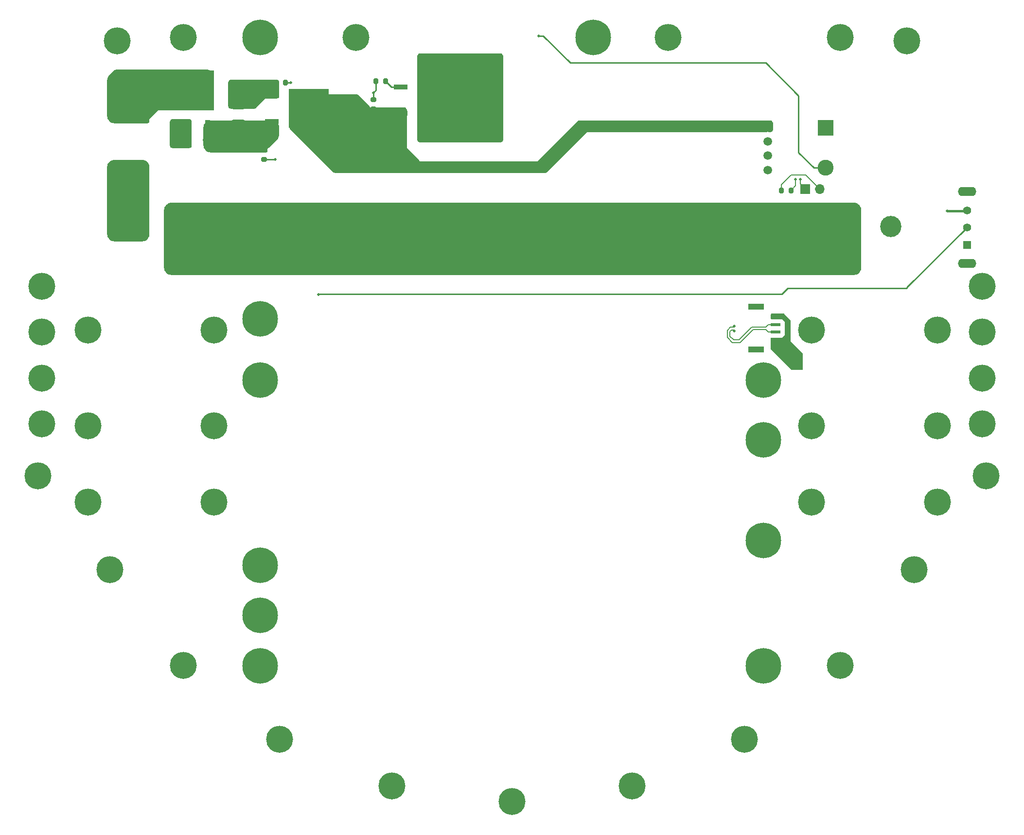
<source format=gtl>
G04 #@! TF.GenerationSoftware,KiCad,Pcbnew,7.0.6*
G04 #@! TF.CreationDate,2023-12-26T10:42:54-08:00*
G04 #@! TF.ProjectId,midplate,6d696470-6c61-4746-952e-6b696361645f,rev?*
G04 #@! TF.SameCoordinates,Original*
G04 #@! TF.FileFunction,Copper,L1,Top*
G04 #@! TF.FilePolarity,Positive*
%FSLAX46Y46*%
G04 Gerber Fmt 4.6, Leading zero omitted, Abs format (unit mm)*
G04 Created by KiCad (PCBNEW 7.0.6) date 2023-12-26 10:42:54*
%MOMM*%
%LPD*%
G01*
G04 APERTURE LIST*
G04 Aperture macros list*
%AMRoundRect*
0 Rectangle with rounded corners*
0 $1 Rounding radius*
0 $2 $3 $4 $5 $6 $7 $8 $9 X,Y pos of 4 corners*
0 Add a 4 corners polygon primitive as box body*
4,1,4,$2,$3,$4,$5,$6,$7,$8,$9,$2,$3,0*
0 Add four circle primitives for the rounded corners*
1,1,$1+$1,$2,$3*
1,1,$1+$1,$4,$5*
1,1,$1+$1,$6,$7*
1,1,$1+$1,$8,$9*
0 Add four rect primitives between the rounded corners*
20,1,$1+$1,$2,$3,$4,$5,0*
20,1,$1+$1,$4,$5,$6,$7,0*
20,1,$1+$1,$6,$7,$8,$9,0*
20,1,$1+$1,$8,$9,$2,$3,0*%
G04 Aperture macros list end*
G04 #@! TA.AperFunction,ComponentPad*
%ADD10C,3.700000*%
G04 #@! TD*
G04 #@! TA.AperFunction,ComponentPad*
%ADD11C,6.200000*%
G04 #@! TD*
G04 #@! TA.AperFunction,ComponentPad*
%ADD12C,4.700000*%
G04 #@! TD*
G04 #@! TA.AperFunction,SMDPad,CuDef*
%ADD13RoundRect,0.200000X0.200000X0.275000X-0.200000X0.275000X-0.200000X-0.275000X0.200000X-0.275000X0*%
G04 #@! TD*
G04 #@! TA.AperFunction,SMDPad,CuDef*
%ADD14R,2.489200X0.939800*%
G04 #@! TD*
G04 #@! TA.AperFunction,SMDPad,CuDef*
%ADD15R,6.934200X6.781800*%
G04 #@! TD*
G04 #@! TA.AperFunction,SMDPad,CuDef*
%ADD16R,1.700000X0.600000*%
G04 #@! TD*
G04 #@! TA.AperFunction,SMDPad,CuDef*
%ADD17R,2.800000X1.000000*%
G04 #@! TD*
G04 #@! TA.AperFunction,SMDPad,CuDef*
%ADD18RoundRect,0.200000X-0.200000X-0.275000X0.200000X-0.275000X0.200000X0.275000X-0.200000X0.275000X0*%
G04 #@! TD*
G04 #@! TA.AperFunction,ComponentPad*
%ADD19R,1.700000X1.700000*%
G04 #@! TD*
G04 #@! TA.AperFunction,ComponentPad*
%ADD20O,1.700000X1.700000*%
G04 #@! TD*
G04 #@! TA.AperFunction,ComponentPad*
%ADD21R,2.775000X2.775000*%
G04 #@! TD*
G04 #@! TA.AperFunction,ComponentPad*
%ADD22C,2.775000*%
G04 #@! TD*
G04 #@! TA.AperFunction,SMDPad,CuDef*
%ADD23RoundRect,0.250000X0.900000X-1.000000X0.900000X1.000000X-0.900000X1.000000X-0.900000X-1.000000X0*%
G04 #@! TD*
G04 #@! TA.AperFunction,SMDPad,CuDef*
%ADD24R,0.939800X2.489200*%
G04 #@! TD*
G04 #@! TA.AperFunction,SMDPad,CuDef*
%ADD25R,6.781800X6.934200*%
G04 #@! TD*
G04 #@! TA.AperFunction,SMDPad,CuDef*
%ADD26RoundRect,0.200000X-0.275000X0.200000X-0.275000X-0.200000X0.275000X-0.200000X0.275000X0.200000X0*%
G04 #@! TD*
G04 #@! TA.AperFunction,ComponentPad*
%ADD27C,2.780000*%
G04 #@! TD*
G04 #@! TA.AperFunction,ComponentPad*
%ADD28R,1.408000X1.408000*%
G04 #@! TD*
G04 #@! TA.AperFunction,ComponentPad*
%ADD29C,1.408000*%
G04 #@! TD*
G04 #@! TA.AperFunction,ComponentPad*
%ADD30O,3.200000X1.600000*%
G04 #@! TD*
G04 #@! TA.AperFunction,SMDPad,CuDef*
%ADD31RoundRect,0.200000X0.275000X-0.200000X0.275000X0.200000X-0.275000X0.200000X-0.275000X-0.200000X0*%
G04 #@! TD*
G04 #@! TA.AperFunction,ComponentPad*
%ADD32R,1.508000X1.508000*%
G04 #@! TD*
G04 #@! TA.AperFunction,ComponentPad*
%ADD33C,1.508000*%
G04 #@! TD*
G04 #@! TA.AperFunction,ViaPad*
%ADD34C,0.500000*%
G04 #@! TD*
G04 #@! TA.AperFunction,ViaPad*
%ADD35C,0.700000*%
G04 #@! TD*
G04 #@! TA.AperFunction,Conductor*
%ADD36C,0.381000*%
G04 #@! TD*
G04 #@! TA.AperFunction,Conductor*
%ADD37C,0.254000*%
G04 #@! TD*
G04 #@! TA.AperFunction,Conductor*
%ADD38C,0.200000*%
G04 #@! TD*
G04 #@! TA.AperFunction,Conductor*
%ADD39C,0.177800*%
G04 #@! TD*
G04 APERTURE END LIST*
D10*
X86796621Y-49459321D03*
X79596621Y-49459321D03*
D11*
X101600000Y-108484000D03*
D12*
X172611096Y-16532860D03*
X215465590Y-109216005D03*
X63532842Y-59880142D03*
X202611067Y-125968345D03*
D11*
X159600900Y-16532860D03*
D12*
X93526349Y-97476702D03*
D13*
X123380000Y-24130000D03*
X121730000Y-24130000D03*
D12*
X93526349Y-67516719D03*
X197574411Y-97476702D03*
D14*
X103632000Y-26613749D03*
D15*
X110045500Y-28903750D03*
D14*
X103632000Y-31193751D03*
D12*
X62863132Y-92880142D03*
D16*
X191310000Y-69083400D03*
X191310000Y-67833400D03*
X191310000Y-66583400D03*
X191310000Y-65333400D03*
D17*
X187960000Y-63483400D03*
X187960000Y-70933400D03*
D12*
X227297158Y-75880142D03*
X227966868Y-92880142D03*
X214157936Y-17096280D03*
X166350214Y-146903559D03*
D11*
X101600000Y-16532860D03*
D12*
X202611096Y-16532860D03*
X197574411Y-84161566D03*
X63532842Y-83880142D03*
X227297158Y-67880142D03*
D18*
X192342000Y-43180000D03*
X193992000Y-43180000D03*
D12*
X227297158Y-59880142D03*
D11*
X189230000Y-125984000D03*
D10*
X211408697Y-49459321D03*
X204208697Y-49459321D03*
D12*
X145415000Y-149659732D03*
D19*
X196469000Y-42926000D03*
D20*
X199009000Y-42926000D03*
D21*
X200039500Y-32258000D03*
D22*
X200039500Y-39258000D03*
D11*
X101600000Y-65537080D03*
D12*
X219473333Y-84161566D03*
D23*
X97790000Y-32122000D03*
X97790000Y-27822000D03*
D24*
X87827749Y-32140000D03*
D25*
X90117750Y-25726500D03*
D24*
X92407751Y-32140000D03*
D11*
X101600000Y-125984000D03*
X101600000Y-117234000D03*
D12*
X76672065Y-17096280D03*
D14*
X126047500Y-25141999D03*
D15*
X132461000Y-27432000D03*
D14*
X126047500Y-29722001D03*
D12*
X63532842Y-75880142D03*
D26*
X102235000Y-36132000D03*
X102235000Y-37782000D03*
D12*
X104971273Y-138822868D03*
D27*
X77040000Y-39504000D03*
X80440000Y-39504000D03*
X77040000Y-29584000D03*
X80440000Y-29584000D03*
D12*
X93526349Y-84161566D03*
X88218905Y-16532860D03*
D11*
X189230000Y-86614000D03*
D12*
X71576849Y-67516719D03*
D11*
X189230000Y-76200000D03*
D28*
X224646500Y-52657000D03*
D29*
X224646500Y-49657000D03*
X224646500Y-46657000D03*
D30*
X224646500Y-55907000D03*
X224646500Y-43407000D03*
D12*
X71576849Y-97476702D03*
X219473333Y-97476702D03*
X227297158Y-83880142D03*
X75364410Y-109216005D03*
X185858727Y-138822868D03*
D31*
X121285000Y-29019000D03*
X121285000Y-27369000D03*
D18*
X104331000Y-24384000D03*
X105981000Y-24384000D03*
D12*
X124479786Y-146903559D03*
X118218905Y-16532860D03*
X197574411Y-67516719D03*
X71576849Y-84161566D03*
X219473333Y-67516719D03*
D32*
X189975000Y-32147500D03*
D33*
X189975000Y-34647500D03*
X189975000Y-37147500D03*
X189975000Y-39647500D03*
D12*
X88218933Y-125968345D03*
D11*
X189230000Y-104184000D03*
D12*
X63532842Y-67880142D03*
D11*
X101600000Y-76200000D03*
D34*
X194970400Y-73304400D03*
X194970400Y-74066400D03*
X221234000Y-46736000D03*
X194970400Y-72542400D03*
X195732400Y-71780400D03*
X195732400Y-72542400D03*
X194970400Y-71780400D03*
X195732400Y-73304400D03*
X195732400Y-74066400D03*
D35*
X131953000Y-34290000D03*
X140843000Y-30480000D03*
X142113000Y-33020000D03*
X137033000Y-34290000D03*
X138303000Y-31750000D03*
X142113000Y-29210000D03*
X130683000Y-21590000D03*
X131953000Y-21590000D03*
X142113000Y-34290000D03*
X133223000Y-20320000D03*
X139573000Y-27940000D03*
X139573000Y-31750000D03*
X135763000Y-33020000D03*
X139573000Y-34290000D03*
X143383000Y-20320000D03*
X138303000Y-25400000D03*
X139573000Y-21590000D03*
X133223000Y-22860000D03*
X143383000Y-33020000D03*
X142113000Y-20320000D03*
X143383000Y-31750000D03*
X130683000Y-33020000D03*
X143383000Y-24130000D03*
X137033000Y-33020000D03*
X134493000Y-22860000D03*
X131953000Y-20320000D03*
X142113000Y-27940000D03*
X138303000Y-22860000D03*
X137033000Y-31750000D03*
X130683000Y-20320000D03*
X140843000Y-21590000D03*
X138303000Y-26670000D03*
X138303000Y-21590000D03*
X137033000Y-20320000D03*
X129413000Y-22860000D03*
X143383000Y-27940000D03*
X138303000Y-30480000D03*
X143383000Y-21590000D03*
X131953000Y-33020000D03*
X142113000Y-21590000D03*
X135763000Y-22860000D03*
X138303000Y-20320000D03*
X140843000Y-29210000D03*
X130683000Y-31750000D03*
X137033000Y-27940000D03*
X135763000Y-20320000D03*
X142113000Y-25400000D03*
X129413000Y-31750000D03*
X137033000Y-30480000D03*
X134493000Y-20320000D03*
X131953000Y-22860000D03*
X139573000Y-29210000D03*
X143383000Y-26670000D03*
X129413000Y-20320000D03*
X130683000Y-34290000D03*
X138303000Y-29210000D03*
X137033000Y-25400000D03*
X133223000Y-31750000D03*
X140843000Y-27940000D03*
X142113000Y-26670000D03*
X139573000Y-30480000D03*
X142113000Y-31750000D03*
X129413000Y-34290000D03*
X142113000Y-30480000D03*
X139573000Y-25400000D03*
X140843000Y-20320000D03*
X137033000Y-21590000D03*
X129413000Y-21590000D03*
X140843000Y-22860000D03*
X138303000Y-34290000D03*
X133223000Y-33020000D03*
X131953000Y-31750000D03*
X139573000Y-22860000D03*
X135763000Y-34290000D03*
X134493000Y-34290000D03*
X137033000Y-29210000D03*
X134493000Y-33020000D03*
X139573000Y-24130000D03*
X133223000Y-21590000D03*
X143383000Y-25400000D03*
X142113000Y-22860000D03*
X130683000Y-22860000D03*
X138303000Y-33020000D03*
X134493000Y-31750000D03*
X143383000Y-34290000D03*
X137033000Y-24130000D03*
X139573000Y-26670000D03*
X142113000Y-24130000D03*
X138303000Y-27940000D03*
X140843000Y-26670000D03*
X134493000Y-21590000D03*
X140843000Y-31750000D03*
X140843000Y-34290000D03*
X137033000Y-26670000D03*
X137033000Y-22860000D03*
X140843000Y-33020000D03*
X139573000Y-33020000D03*
X139573000Y-20320000D03*
X140843000Y-24130000D03*
X133223000Y-34290000D03*
X140843000Y-25400000D03*
X135763000Y-21590000D03*
X129413000Y-33020000D03*
X135763000Y-31750000D03*
X143383000Y-29210000D03*
X143383000Y-22860000D03*
X138303000Y-24130000D03*
X143383000Y-30480000D03*
X94996000Y-34426000D03*
X93980000Y-33410000D03*
X100584000Y-34544000D03*
X101600000Y-33528000D03*
X102616000Y-33528000D03*
X94996000Y-33410000D03*
X92964000Y-34426000D03*
X100584000Y-33528000D03*
X91948000Y-34426000D03*
X100584000Y-31496000D03*
X102616000Y-34544000D03*
X101600000Y-32512000D03*
X94996000Y-31378000D03*
X100584000Y-32512000D03*
X93980000Y-34426000D03*
X101600000Y-31496000D03*
X103632000Y-34544000D03*
X93980000Y-32394000D03*
X101600000Y-34544000D03*
X93980000Y-31378000D03*
X94996000Y-32394000D03*
X103632000Y-33528000D03*
X96520000Y-24638000D03*
X88138000Y-34290000D03*
X89154000Y-35306000D03*
X100584000Y-27686000D03*
X97536000Y-24638000D03*
X98552000Y-25654000D03*
X86360000Y-32258000D03*
X87122000Y-34290000D03*
X98552000Y-24638000D03*
X86360000Y-31242000D03*
X87122000Y-35306000D03*
X89154000Y-33274000D03*
X100584000Y-24638000D03*
X97536000Y-25654000D03*
X96520000Y-25654000D03*
X88138000Y-35306000D03*
X99568000Y-25654000D03*
X100584000Y-26670000D03*
X89154000Y-34290000D03*
X89154000Y-31242000D03*
X86360000Y-33274000D03*
X100584000Y-25654000D03*
X99568000Y-24638000D03*
X89154000Y-32258000D03*
X84074000Y-26806000D03*
X84074000Y-23758000D03*
X85090000Y-26806000D03*
X85090000Y-22742000D03*
X83058000Y-25781000D03*
X85090000Y-25790000D03*
X83058000Y-24765000D03*
X85090000Y-23758000D03*
X83058000Y-27813000D03*
X84074000Y-24774000D03*
X85090000Y-24774000D03*
X83058000Y-22733000D03*
X84074000Y-27822000D03*
X83058000Y-23749000D03*
X83058000Y-26797000D03*
X84074000Y-25790000D03*
X84074000Y-22742000D03*
D34*
X111760000Y-61315600D03*
X104204000Y-37782000D03*
X106934000Y-24384000D03*
X184101952Y-66869500D03*
X195588700Y-41275000D03*
X194809300Y-41275000D03*
X184101952Y-67648900D03*
D35*
X122809000Y-29210000D03*
X125857000Y-32258000D03*
X124841000Y-31242000D03*
X112395000Y-33147000D03*
X122809000Y-30226000D03*
X123825000Y-31242000D03*
X114554000Y-31886000D03*
X123825000Y-29210000D03*
X114554000Y-30870000D03*
X110363000Y-33147000D03*
X124841000Y-32258000D03*
X113411000Y-33147000D03*
X114554000Y-29854000D03*
X125857000Y-31242000D03*
X114554000Y-32902000D03*
X109347000Y-33147000D03*
X123825000Y-30226000D03*
X114554000Y-27822000D03*
X123825000Y-32258000D03*
X114554000Y-28838000D03*
X122809000Y-31242000D03*
X108331000Y-33147000D03*
X122809000Y-32258000D03*
X111379000Y-33147000D03*
D34*
X121285000Y-26162000D03*
X150114000Y-16256000D03*
D36*
X221234000Y-46736000D02*
X224567500Y-46736000D01*
X224567500Y-46736000D02*
X224646500Y-46657000D01*
D37*
X214207100Y-60096400D02*
X224646500Y-49657000D01*
X214207100Y-60223400D02*
X214207100Y-60096400D01*
X111760000Y-61315600D02*
X111810800Y-61264800D01*
X192379600Y-61264800D02*
X193421000Y-60223400D01*
X193421000Y-60223400D02*
X214207100Y-60223400D01*
X111810800Y-61264800D02*
X192379600Y-61264800D01*
X104204000Y-37782000D02*
X102235000Y-37782000D01*
X105981000Y-24384000D02*
X106934000Y-24384000D01*
D38*
X183951952Y-67019500D02*
X183466512Y-67019500D01*
X183466512Y-67019500D02*
X182894300Y-67591712D01*
X195588700Y-42045700D02*
X196469000Y-42926000D01*
X184101952Y-66869500D02*
X183951952Y-67019500D01*
X187398888Y-67448100D02*
X189649699Y-67448100D01*
X183796712Y-69708700D02*
X185138288Y-69708700D01*
X182894300Y-67591712D02*
X182894300Y-68806288D01*
X195588700Y-41275000D02*
X195588700Y-42045700D01*
X185138288Y-69708700D02*
X187398888Y-67448100D01*
X182894300Y-68806288D02*
X183796712Y-69708700D01*
X190034999Y-67833400D02*
X191310000Y-67833400D01*
X189649699Y-67448100D02*
X190034999Y-67833400D01*
X189649699Y-66968700D02*
X190034999Y-66583400D01*
X183373700Y-67790288D02*
X183373700Y-68607712D01*
X194809300Y-42362700D02*
X193992000Y-43180000D01*
X190034999Y-66583400D02*
X191310000Y-66583400D01*
X187200312Y-66968700D02*
X189649699Y-66968700D01*
X183951952Y-67498900D02*
X183665088Y-67498900D01*
X184939712Y-69229300D02*
X187200312Y-66968700D01*
X184101952Y-67648900D02*
X183951952Y-67498900D01*
X194809300Y-41275000D02*
X194809300Y-42362700D01*
X183665088Y-67498900D02*
X183373700Y-67790288D01*
X183373700Y-68607712D02*
X183995288Y-69229300D01*
X183995288Y-69229300D02*
X184939712Y-69229300D01*
D37*
X121730000Y-24130000D02*
X121730000Y-25717000D01*
X195326000Y-26670000D02*
X189611000Y-20955000D01*
X121284500Y-27230250D02*
X121284500Y-26161500D01*
X195326000Y-36576000D02*
X195326000Y-26670000D01*
X198008000Y-39258000D02*
X195326000Y-36576000D01*
X121730000Y-25717000D02*
X121285000Y-26162000D01*
X200039500Y-39258000D02*
X198008000Y-39258000D01*
X189611000Y-20955000D02*
X155575000Y-20955000D01*
X155575000Y-20955000D02*
X150876000Y-16256000D01*
X150876000Y-16256000D02*
X150114000Y-16256000D01*
X124391999Y-25141999D02*
X123380000Y-24130000D01*
X126047500Y-25141999D02*
X124391999Y-25141999D01*
D39*
X194056000Y-40513000D02*
X196596000Y-40513000D01*
X196596000Y-40513000D02*
X199009000Y-42926000D01*
X192342000Y-43180000D02*
X192342000Y-42227000D01*
X192342000Y-42227000D02*
X194056000Y-40513000D01*
G04 #@! TA.AperFunction,Conductor*
G36*
X89158032Y-30734530D02*
G01*
X89269296Y-30749179D01*
X89300561Y-30757556D01*
X89392915Y-30795810D01*
X89420949Y-30811996D01*
X89500258Y-30872853D01*
X89523146Y-30895741D01*
X89584003Y-30975050D01*
X89600189Y-31003085D01*
X89638442Y-31095437D01*
X89646820Y-31126703D01*
X89661469Y-31237966D01*
X89662000Y-31246067D01*
X89662000Y-35301932D01*
X89661469Y-35310033D01*
X89646820Y-35421296D01*
X89638442Y-35452562D01*
X89600189Y-35544914D01*
X89584003Y-35572949D01*
X89523146Y-35652258D01*
X89500258Y-35675146D01*
X89420949Y-35736003D01*
X89392914Y-35752189D01*
X89300562Y-35790442D01*
X89269296Y-35798820D01*
X89171410Y-35811707D01*
X89158032Y-35813469D01*
X89149933Y-35814000D01*
X86364067Y-35814000D01*
X86355967Y-35813469D01*
X86339957Y-35811361D01*
X86244703Y-35798820D01*
X86213437Y-35790442D01*
X86121085Y-35752189D01*
X86093050Y-35736003D01*
X86013741Y-35675146D01*
X85990853Y-35652258D01*
X85929996Y-35572949D01*
X85913810Y-35544914D01*
X85875557Y-35452562D01*
X85867179Y-35421295D01*
X85852531Y-35310033D01*
X85852000Y-35301931D01*
X85852000Y-31246068D01*
X85852531Y-31237966D01*
X85867179Y-31126704D01*
X85875556Y-31095440D01*
X85913812Y-31003081D01*
X85929996Y-30975050D01*
X85990853Y-30895741D01*
X86013741Y-30872853D01*
X86093050Y-30811996D01*
X86121081Y-30795812D01*
X86213440Y-30757556D01*
X86244701Y-30749179D01*
X86355967Y-30734530D01*
X86364068Y-30734000D01*
X89149932Y-30734000D01*
X89158032Y-30734530D01*
G37*
G04 #@! TD.AperFunction*
G04 #@! TA.AperFunction,Conductor*
G36*
X118284612Y-26416530D02*
G01*
X118395876Y-26431179D01*
X118427141Y-26439556D01*
X118519495Y-26477810D01*
X118547529Y-26493995D01*
X118636567Y-26562318D01*
X118642671Y-26567670D01*
X120628201Y-28553202D01*
X120628209Y-28553209D01*
X120777000Y-28702000D01*
X126614932Y-28702000D01*
X126623032Y-28702530D01*
X126734296Y-28717179D01*
X126765561Y-28725556D01*
X126857915Y-28763810D01*
X126885949Y-28779996D01*
X126965258Y-28840853D01*
X126988146Y-28863741D01*
X127049003Y-28943050D01*
X127065189Y-28971085D01*
X127103442Y-29063437D01*
X127111820Y-29094703D01*
X127126469Y-29205980D01*
X127126999Y-29214051D01*
X127126999Y-32413494D01*
X127126999Y-35603573D01*
X127126999Y-35603586D01*
X127127000Y-35814000D01*
X127275789Y-35962789D01*
X127275790Y-35962790D01*
X127275797Y-35962798D01*
X129264201Y-37951202D01*
X129264209Y-37951209D01*
X129413000Y-38100000D01*
X149649573Y-38100000D01*
X149649580Y-38100000D01*
X149860000Y-38100000D01*
X156820344Y-31139655D01*
X156826432Y-31134318D01*
X156850097Y-31116158D01*
X156915474Y-31065992D01*
X156943501Y-31049812D01*
X157035860Y-31011556D01*
X157067121Y-31003179D01*
X157178387Y-30988530D01*
X157186488Y-30988000D01*
X190368932Y-30988000D01*
X190377032Y-30988530D01*
X190488296Y-31003179D01*
X190519561Y-31011556D01*
X190611915Y-31049810D01*
X190639949Y-31065996D01*
X190719258Y-31126853D01*
X190742146Y-31149741D01*
X190803003Y-31229050D01*
X190819189Y-31257085D01*
X190857442Y-31349437D01*
X190865820Y-31380703D01*
X190880469Y-31491966D01*
X190881000Y-31500067D01*
X190881000Y-32507932D01*
X190880469Y-32516033D01*
X190865820Y-32627296D01*
X190857442Y-32658562D01*
X190819189Y-32750914D01*
X190803003Y-32778949D01*
X190742146Y-32858258D01*
X190719258Y-32881146D01*
X190639949Y-32942003D01*
X190611914Y-32958189D01*
X190519562Y-32996442D01*
X190488296Y-33004820D01*
X190390410Y-33017707D01*
X190377032Y-33019469D01*
X190368933Y-33020000D01*
X190247613Y-33020000D01*
X190237779Y-33019228D01*
X190237751Y-33019597D01*
X189975000Y-32998918D01*
X189712249Y-33019597D01*
X189712220Y-33019228D01*
X189702387Y-33020000D01*
X158496000Y-33020000D01*
X158347210Y-33168789D01*
X158347209Y-33168790D01*
X158347201Y-33168797D01*
X151535671Y-39980329D01*
X151529567Y-39985681D01*
X151440529Y-40054004D01*
X151412494Y-40070189D01*
X151320142Y-40108442D01*
X151288876Y-40116820D01*
X151190990Y-40129707D01*
X151177612Y-40131469D01*
X151169513Y-40132000D01*
X114641487Y-40132000D01*
X114633387Y-40131469D01*
X114617377Y-40129361D01*
X114522123Y-40116820D01*
X114490857Y-40108442D01*
X114398505Y-40070189D01*
X114370470Y-40054004D01*
X114281432Y-39985681D01*
X114275336Y-39980336D01*
X106831662Y-32536662D01*
X106826318Y-32530567D01*
X106757995Y-32441529D01*
X106741810Y-32413494D01*
X106703557Y-32321142D01*
X106695179Y-32289876D01*
X106680529Y-32178598D01*
X106680000Y-32170527D01*
X106680000Y-26928051D01*
X106680528Y-26919982D01*
X106695179Y-26808699D01*
X106703556Y-26777440D01*
X106741812Y-26685081D01*
X106757996Y-26657050D01*
X106818853Y-26577741D01*
X106841741Y-26554853D01*
X106921050Y-26493996D01*
X106949081Y-26477812D01*
X107041440Y-26439556D01*
X107072701Y-26431179D01*
X107183967Y-26416530D01*
X107192068Y-26416000D01*
X118276512Y-26416000D01*
X118284612Y-26416530D01*
G37*
G04 #@! TD.AperFunction*
G04 #@! TA.AperFunction,Conductor*
G36*
X104398032Y-23876530D02*
G01*
X104509296Y-23891179D01*
X104540561Y-23899556D01*
X104632915Y-23937810D01*
X104660949Y-23953996D01*
X104740258Y-24014853D01*
X104763146Y-24037741D01*
X104824003Y-24117050D01*
X104840189Y-24145085D01*
X104878442Y-24237437D01*
X104886820Y-24268703D01*
X104901469Y-24379966D01*
X104902000Y-24388067D01*
X104902000Y-26665932D01*
X104901469Y-26674033D01*
X104886820Y-26785296D01*
X104878442Y-26816562D01*
X104840189Y-26908914D01*
X104824003Y-26936949D01*
X104763146Y-27016258D01*
X104740258Y-27039146D01*
X104660949Y-27100003D01*
X104632914Y-27116189D01*
X104540562Y-27154442D01*
X104509296Y-27162820D01*
X104411410Y-27175707D01*
X104398032Y-27177469D01*
X104389933Y-27178000D01*
X102489000Y-27178000D01*
X102340209Y-27326790D01*
X102340201Y-27326797D01*
X100862671Y-28804329D01*
X100856567Y-28809681D01*
X100767529Y-28878004D01*
X100739494Y-28894189D01*
X100647142Y-28932442D01*
X100615876Y-28940820D01*
X100517990Y-28953707D01*
X100504612Y-28955469D01*
X100496513Y-28956000D01*
X96524067Y-28956000D01*
X96515967Y-28955469D01*
X96499957Y-28953361D01*
X96404703Y-28940820D01*
X96373437Y-28932442D01*
X96281085Y-28894189D01*
X96253050Y-28878003D01*
X96173741Y-28817146D01*
X96150853Y-28794258D01*
X96089996Y-28714949D01*
X96073810Y-28686914D01*
X96035557Y-28594562D01*
X96027179Y-28563295D01*
X96012531Y-28452033D01*
X96012000Y-28443931D01*
X96012000Y-24388068D01*
X96012531Y-24379966D01*
X96027179Y-24268704D01*
X96035556Y-24237440D01*
X96073812Y-24145081D01*
X96089996Y-24117050D01*
X96150853Y-24037741D01*
X96173741Y-24014853D01*
X96253050Y-23953996D01*
X96281081Y-23937812D01*
X96373440Y-23899556D01*
X96404701Y-23891179D01*
X96515967Y-23876530D01*
X96524068Y-23876000D01*
X104389932Y-23876000D01*
X104398032Y-23876530D01*
G37*
G04 #@! TD.AperFunction*
G04 #@! TA.AperFunction,Conductor*
G36*
X204980695Y-45339235D02*
G01*
X205187727Y-45357348D01*
X205209004Y-45361099D01*
X205401888Y-45412782D01*
X205422198Y-45420175D01*
X205603165Y-45504562D01*
X205621883Y-45515369D01*
X205785456Y-45629904D01*
X205802014Y-45643798D01*
X205943201Y-45784985D01*
X205957095Y-45801543D01*
X206071630Y-45965116D01*
X206082437Y-45983834D01*
X206166824Y-46164801D01*
X206174217Y-46185112D01*
X206225898Y-46377988D01*
X206229651Y-46399274D01*
X206247764Y-46606299D01*
X206248000Y-46611705D01*
X206248000Y-56639294D01*
X206247764Y-56644700D01*
X206229651Y-56851725D01*
X206225898Y-56873011D01*
X206174217Y-57065887D01*
X206166824Y-57086198D01*
X206082437Y-57267165D01*
X206071630Y-57285883D01*
X205957095Y-57449456D01*
X205943201Y-57466014D01*
X205802014Y-57607201D01*
X205785456Y-57621095D01*
X205621883Y-57735630D01*
X205603165Y-57746437D01*
X205422198Y-57830824D01*
X205401887Y-57838217D01*
X205209011Y-57889898D01*
X205187725Y-57893651D01*
X205037864Y-57906762D01*
X204980695Y-57911764D01*
X204975294Y-57912000D01*
X86108706Y-57912000D01*
X86103304Y-57911764D01*
X86039000Y-57906138D01*
X85896274Y-57893651D01*
X85874988Y-57889898D01*
X85682112Y-57838217D01*
X85661801Y-57830824D01*
X85480834Y-57746437D01*
X85462116Y-57735630D01*
X85298543Y-57621095D01*
X85281985Y-57607201D01*
X85140798Y-57466014D01*
X85126904Y-57449456D01*
X85012369Y-57285883D01*
X85001562Y-57267165D01*
X84917175Y-57086198D01*
X84909782Y-57065887D01*
X84858099Y-56873004D01*
X84854348Y-56851724D01*
X84836236Y-56644700D01*
X84836000Y-56639294D01*
X84836000Y-46611705D01*
X84836236Y-46606299D01*
X84854348Y-46399275D01*
X84854349Y-46399274D01*
X84854348Y-46399270D01*
X84858099Y-46377996D01*
X84909783Y-46185107D01*
X84917175Y-46164801D01*
X85001562Y-45983834D01*
X85012369Y-45965116D01*
X85126904Y-45801543D01*
X85140792Y-45784991D01*
X85281991Y-45643792D01*
X85298543Y-45629904D01*
X85462116Y-45515369D01*
X85480831Y-45504563D01*
X85661803Y-45420174D01*
X85682107Y-45412783D01*
X85874996Y-45361099D01*
X85896270Y-45357348D01*
X86103304Y-45339235D01*
X86108706Y-45339000D01*
X204975294Y-45339000D01*
X204980695Y-45339235D01*
G37*
G04 #@! TD.AperFunction*
G04 #@! TA.AperFunction,Conductor*
G36*
X92204695Y-22098235D02*
G01*
X92411727Y-22116348D01*
X92433004Y-22120099D01*
X92625888Y-22171782D01*
X92646198Y-22179175D01*
X92827165Y-22263562D01*
X92845883Y-22274369D01*
X93009456Y-22388904D01*
X93026014Y-22402798D01*
X93167201Y-22543985D01*
X93181095Y-22560543D01*
X93295630Y-22724116D01*
X93306437Y-22742834D01*
X93390824Y-22923801D01*
X93398217Y-22944112D01*
X93449898Y-23136988D01*
X93453651Y-23158274D01*
X93467845Y-23320513D01*
X93471764Y-23365299D01*
X93472000Y-23370705D01*
X93472000Y-27937294D01*
X93471764Y-27942700D01*
X93453651Y-28149725D01*
X93449898Y-28171011D01*
X93398217Y-28363887D01*
X93390824Y-28384198D01*
X93306437Y-28565165D01*
X93295630Y-28583883D01*
X93181095Y-28747456D01*
X93167201Y-28764014D01*
X93026014Y-28905201D01*
X93009456Y-28919095D01*
X92845883Y-29033630D01*
X92827165Y-29044437D01*
X92646198Y-29128824D01*
X92625887Y-29136217D01*
X92433011Y-29187898D01*
X92411725Y-29191651D01*
X92261864Y-29204762D01*
X92204695Y-29209764D01*
X92199294Y-29210000D01*
X83820000Y-29210000D01*
X83448031Y-29581968D01*
X83448020Y-29581978D01*
X82565412Y-30464586D01*
X82565402Y-30464597D01*
X82296000Y-30734000D01*
X82296000Y-31114578D01*
X82295713Y-31116814D01*
X82280425Y-31213337D01*
X82268436Y-31250235D01*
X82232151Y-31321447D01*
X82209348Y-31352832D01*
X82152832Y-31409348D01*
X82121447Y-31432151D01*
X82050235Y-31468436D01*
X82013337Y-31480425D01*
X81949975Y-31490460D01*
X81924640Y-31494473D01*
X81905244Y-31496000D01*
X76202706Y-31496000D01*
X76197304Y-31495764D01*
X76133000Y-31490138D01*
X75990274Y-31477651D01*
X75968988Y-31473898D01*
X75776112Y-31422217D01*
X75755801Y-31414824D01*
X75574834Y-31330437D01*
X75556116Y-31319630D01*
X75392543Y-31205095D01*
X75375985Y-31191201D01*
X75234798Y-31050014D01*
X75220904Y-31033456D01*
X75106369Y-30869883D01*
X75095562Y-30851165D01*
X75011175Y-30670198D01*
X75003782Y-30649887D01*
X74954131Y-30464586D01*
X74952099Y-30457004D01*
X74948348Y-30435724D01*
X74930236Y-30228700D01*
X74930000Y-30223294D01*
X74930000Y-24003371D01*
X74930267Y-23997626D01*
X74950717Y-23777755D01*
X74954953Y-23755182D01*
X75013224Y-23551180D01*
X75021550Y-23529775D01*
X75116451Y-23340006D01*
X75128571Y-23320521D01*
X75262086Y-23144600D01*
X75265756Y-23140205D01*
X75455113Y-22933634D01*
X75841873Y-22511713D01*
X75845471Y-22508100D01*
X75990482Y-22374098D01*
X76006652Y-22361468D01*
X76165312Y-22257475D01*
X76183334Y-22247693D01*
X76356981Y-22171304D01*
X76376378Y-22164627D01*
X76560238Y-22117944D01*
X76580483Y-22114557D01*
X76777225Y-22098212D01*
X76782354Y-22098000D01*
X92199294Y-22098000D01*
X92204695Y-22098235D01*
G37*
G04 #@! TD.AperFunction*
G04 #@! TA.AperFunction,Conductor*
G36*
X192801677Y-64662685D02*
G01*
X192822319Y-64679318D01*
X193892682Y-65749682D01*
X193926166Y-65811003D01*
X193929000Y-65837361D01*
X193929000Y-69469000D01*
X196051680Y-71591680D01*
X196085165Y-71653003D01*
X196087999Y-71679361D01*
X196088000Y-74298000D01*
X196068315Y-74365039D01*
X196015512Y-74410794D01*
X195964000Y-74422000D01*
X194107362Y-74422000D01*
X194040323Y-74402315D01*
X194019681Y-74385681D01*
X190536319Y-70902319D01*
X190502834Y-70840996D01*
X190500000Y-70814638D01*
X190500000Y-68958000D01*
X190519685Y-68890961D01*
X190572489Y-68845206D01*
X190624000Y-68834000D01*
X192405000Y-68834000D01*
X192913000Y-68326000D01*
X192913000Y-66040000D01*
X192532000Y-65659000D01*
X190624000Y-65659000D01*
X190556961Y-65639315D01*
X190511206Y-65586511D01*
X190500000Y-65535000D01*
X190500000Y-64767000D01*
X190519685Y-64699961D01*
X190572489Y-64654206D01*
X190624000Y-64643000D01*
X192734638Y-64643000D01*
X192801677Y-64662685D01*
G37*
G04 #@! TD.AperFunction*
G04 #@! TA.AperFunction,Conductor*
G36*
X143387032Y-19304530D02*
G01*
X143498296Y-19319179D01*
X143529561Y-19327556D01*
X143621915Y-19365810D01*
X143649949Y-19381996D01*
X143729258Y-19442853D01*
X143752146Y-19465741D01*
X143813003Y-19545050D01*
X143829189Y-19573085D01*
X143867442Y-19665437D01*
X143875820Y-19696703D01*
X143890469Y-19807966D01*
X143891000Y-19816067D01*
X143891000Y-34285932D01*
X143890469Y-34294033D01*
X143875820Y-34405296D01*
X143867442Y-34436562D01*
X143829189Y-34528914D01*
X143813003Y-34556949D01*
X143752146Y-34636258D01*
X143729258Y-34659146D01*
X143649949Y-34720003D01*
X143621914Y-34736189D01*
X143529562Y-34774442D01*
X143498296Y-34782820D01*
X143400410Y-34795707D01*
X143387032Y-34797469D01*
X143378933Y-34798000D01*
X129417067Y-34798000D01*
X129408967Y-34797469D01*
X129392957Y-34795361D01*
X129297703Y-34782820D01*
X129266437Y-34774442D01*
X129174085Y-34736189D01*
X129146050Y-34720003D01*
X129066741Y-34659146D01*
X129043853Y-34636258D01*
X128982996Y-34556949D01*
X128966810Y-34528914D01*
X128928557Y-34436562D01*
X128920179Y-34405295D01*
X128905531Y-34294033D01*
X128905000Y-34285931D01*
X128905000Y-19816068D01*
X128905531Y-19807966D01*
X128920179Y-19696704D01*
X128928556Y-19665440D01*
X128966812Y-19573081D01*
X128982996Y-19545050D01*
X129043853Y-19465741D01*
X129066741Y-19442853D01*
X129146050Y-19381996D01*
X129174081Y-19365812D01*
X129266440Y-19327556D01*
X129297701Y-19319179D01*
X129408967Y-19304530D01*
X129417068Y-19304000D01*
X143378932Y-19304000D01*
X143387032Y-19304530D01*
G37*
G04 #@! TD.AperFunction*
G04 #@! TA.AperFunction,Conductor*
G36*
X81028695Y-37846235D02*
G01*
X81235727Y-37864348D01*
X81257004Y-37868099D01*
X81449888Y-37919782D01*
X81470198Y-37927175D01*
X81651165Y-38011562D01*
X81669883Y-38022369D01*
X81833456Y-38136904D01*
X81850014Y-38150798D01*
X81991201Y-38291985D01*
X82005095Y-38308543D01*
X82119630Y-38472116D01*
X82130437Y-38490834D01*
X82214824Y-38671801D01*
X82222217Y-38692112D01*
X82273898Y-38884988D01*
X82277651Y-38906275D01*
X82295763Y-39113299D01*
X82295999Y-39118705D01*
X82295999Y-50797294D01*
X82295763Y-50802700D01*
X82277651Y-51009724D01*
X82273898Y-51031011D01*
X82222217Y-51223887D01*
X82214824Y-51244198D01*
X82130437Y-51425165D01*
X82119630Y-51443883D01*
X82005095Y-51607456D01*
X81991201Y-51624014D01*
X81850014Y-51765201D01*
X81833456Y-51779095D01*
X81669883Y-51893630D01*
X81651165Y-51904437D01*
X81470198Y-51988824D01*
X81449887Y-51996217D01*
X81257011Y-52047898D01*
X81235725Y-52051651D01*
X81085864Y-52064762D01*
X81028695Y-52069764D01*
X81023294Y-52070000D01*
X76202706Y-52070000D01*
X76197304Y-52069764D01*
X76133000Y-52064138D01*
X75990274Y-52051651D01*
X75968988Y-52047898D01*
X75776112Y-51996217D01*
X75755801Y-51988824D01*
X75574834Y-51904437D01*
X75556116Y-51893630D01*
X75392543Y-51779095D01*
X75375985Y-51765201D01*
X75234798Y-51624014D01*
X75220904Y-51607456D01*
X75106369Y-51443883D01*
X75095562Y-51425165D01*
X75011175Y-51244198D01*
X75003782Y-51223887D01*
X74952099Y-51031004D01*
X74948348Y-51009724D01*
X74930236Y-50802700D01*
X74930000Y-50797294D01*
X74930000Y-39118705D01*
X74930236Y-39113299D01*
X74948348Y-38906275D01*
X74952099Y-38884996D01*
X75003783Y-38692107D01*
X75011175Y-38671801D01*
X75095562Y-38490834D01*
X75106369Y-38472116D01*
X75220904Y-38308543D01*
X75234792Y-38291991D01*
X75375991Y-38150792D01*
X75392543Y-38136904D01*
X75556116Y-38022369D01*
X75574831Y-38011563D01*
X75755803Y-37927174D01*
X75776107Y-37919783D01*
X75968996Y-37868099D01*
X75990270Y-37864348D01*
X76197304Y-37846235D01*
X76202706Y-37846000D01*
X81023294Y-37846000D01*
X81028695Y-37846235D01*
G37*
G04 #@! TD.AperFunction*
G04 #@! TA.AperFunction,Conductor*
G36*
X103634695Y-30988235D02*
G01*
X103841727Y-31006348D01*
X103863004Y-31010099D01*
X104055888Y-31061782D01*
X104076198Y-31069175D01*
X104257165Y-31153562D01*
X104275883Y-31164369D01*
X104439456Y-31278904D01*
X104456014Y-31292798D01*
X104597201Y-31433985D01*
X104611095Y-31450543D01*
X104725630Y-31614116D01*
X104736437Y-31632834D01*
X104820824Y-31813801D01*
X104828217Y-31834112D01*
X104879898Y-32026988D01*
X104883651Y-32048274D01*
X104901764Y-32255299D01*
X104902000Y-32260705D01*
X104902000Y-33388900D01*
X104901701Y-33394981D01*
X104878794Y-33627557D01*
X104874052Y-33651398D01*
X104808871Y-33866272D01*
X104799568Y-33888730D01*
X104693723Y-34086751D01*
X104680218Y-34106963D01*
X104531957Y-34287620D01*
X104527878Y-34292120D01*
X104027175Y-34792824D01*
X103091328Y-35728670D01*
X103091322Y-35728677D01*
X103091319Y-35728680D01*
X102870000Y-35950000D01*
X102870000Y-36262589D01*
X102869603Y-36264994D01*
X102850986Y-36358587D01*
X102832471Y-36403286D01*
X102792027Y-36463815D01*
X102757815Y-36498027D01*
X102697286Y-36538471D01*
X102652588Y-36556986D01*
X102617274Y-36564010D01*
X102568979Y-36573617D01*
X102544789Y-36576000D01*
X92966706Y-36576000D01*
X92961304Y-36575764D01*
X92897000Y-36570138D01*
X92754274Y-36557651D01*
X92732988Y-36553898D01*
X92540112Y-36502217D01*
X92519801Y-36494824D01*
X92338834Y-36410437D01*
X92320116Y-36399630D01*
X92156543Y-36285095D01*
X92139985Y-36271201D01*
X91998798Y-36130014D01*
X91984904Y-36113456D01*
X91870369Y-35949883D01*
X91859562Y-35931165D01*
X91775175Y-35750198D01*
X91767782Y-35729887D01*
X91767456Y-35728670D01*
X91716099Y-35537004D01*
X91712348Y-35515724D01*
X91694236Y-35308700D01*
X91694000Y-35303294D01*
X91694000Y-32260705D01*
X91694236Y-32255299D01*
X91712348Y-32048275D01*
X91712349Y-32048274D01*
X91712348Y-32048270D01*
X91716099Y-32026996D01*
X91767783Y-31834107D01*
X91775175Y-31813801D01*
X91859562Y-31632834D01*
X91870369Y-31614116D01*
X91984904Y-31450543D01*
X91998792Y-31433991D01*
X92139991Y-31292792D01*
X92156543Y-31278904D01*
X92320116Y-31164369D01*
X92338831Y-31153563D01*
X92519803Y-31069174D01*
X92540107Y-31061783D01*
X92732996Y-31010099D01*
X92754270Y-31006348D01*
X92961304Y-30988235D01*
X92966706Y-30988000D01*
X103629294Y-30988000D01*
X103634695Y-30988235D01*
G37*
G04 #@! TD.AperFunction*
M02*

</source>
